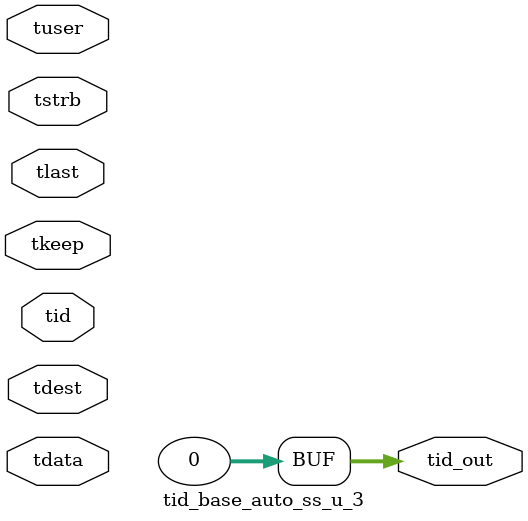
<source format=v>


`timescale 1ps/1ps

module tid_base_auto_ss_u_3 #
(
parameter C_S_AXIS_TID_WIDTH   = 1,
parameter C_S_AXIS_TUSER_WIDTH = 0,
parameter C_S_AXIS_TDATA_WIDTH = 0,
parameter C_S_AXIS_TDEST_WIDTH = 0,
parameter C_M_AXIS_TID_WIDTH   = 32
)
(
input  [(C_S_AXIS_TID_WIDTH   == 0 ? 1 : C_S_AXIS_TID_WIDTH)-1:0       ] tid,
input  [(C_S_AXIS_TDATA_WIDTH == 0 ? 1 : C_S_AXIS_TDATA_WIDTH)-1:0     ] tdata,
input  [(C_S_AXIS_TUSER_WIDTH == 0 ? 1 : C_S_AXIS_TUSER_WIDTH)-1:0     ] tuser,
input  [(C_S_AXIS_TDEST_WIDTH == 0 ? 1 : C_S_AXIS_TDEST_WIDTH)-1:0     ] tdest,
input  [(C_S_AXIS_TDATA_WIDTH/8)-1:0 ] tkeep,
input  [(C_S_AXIS_TDATA_WIDTH/8)-1:0 ] tstrb,
input                                                                    tlast,
output [(C_M_AXIS_TID_WIDTH   == 0 ? 1 : C_M_AXIS_TID_WIDTH)-1:0       ] tid_out
);

assign tid_out = {1'b0};

endmodule


</source>
